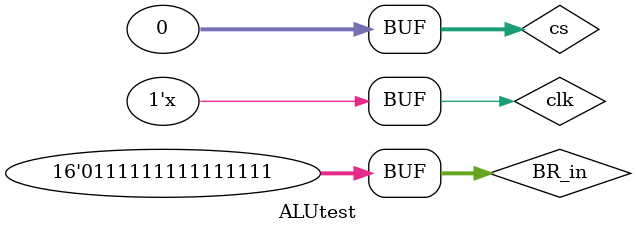
<source format=v>
`timescale 1ns / 1ps


module ALUtest();
    reg clk;
    reg [15:0] BR_in;
    reg [31:0] cs;
    wire accis0;
    wire [15:0] acc;
    wire [15:0] mpyhigh;
    wire [15:0] temp;//ÁÙÊ±ÐÅºÅ
    wire [31:0] x;
    
    ALU test(clk,BR_in,cs,accis0,acc,mpyhigh);
    //ALU
    parameter [31:0] noop = 32'h00000000;
    parameter [31:0] rst = 32'h00000100;
    parameter [31:0] plus = 32'h00000200;
    parameter [31:0] minus = 32'h00010000;
    parameter [31:0] shr = 32'h00020000;
    
    parameter [31:0] mpy = 32'h01000000;
    parameter [31:0] shl = 32'h02000000;
    parameter [31:0] sar = 32'h20000000;
    parameter [31:0] sal = 32'h40000000;
    parameter [31:0] and_c = 32'h10000000;
    parameter [31:0] or_c = 32'h08000000;
    parameter [31:0] not_c = 32'h04000000;

    always #20 clk=~clk;
    
    initial begin
        clk<=0;
        BR_in<=16'h7fff;
        cs<=plus;
        #40
        BR_in<=16'h7fff;
        #40
        cs<=noop;
    end
endmodule

</source>
